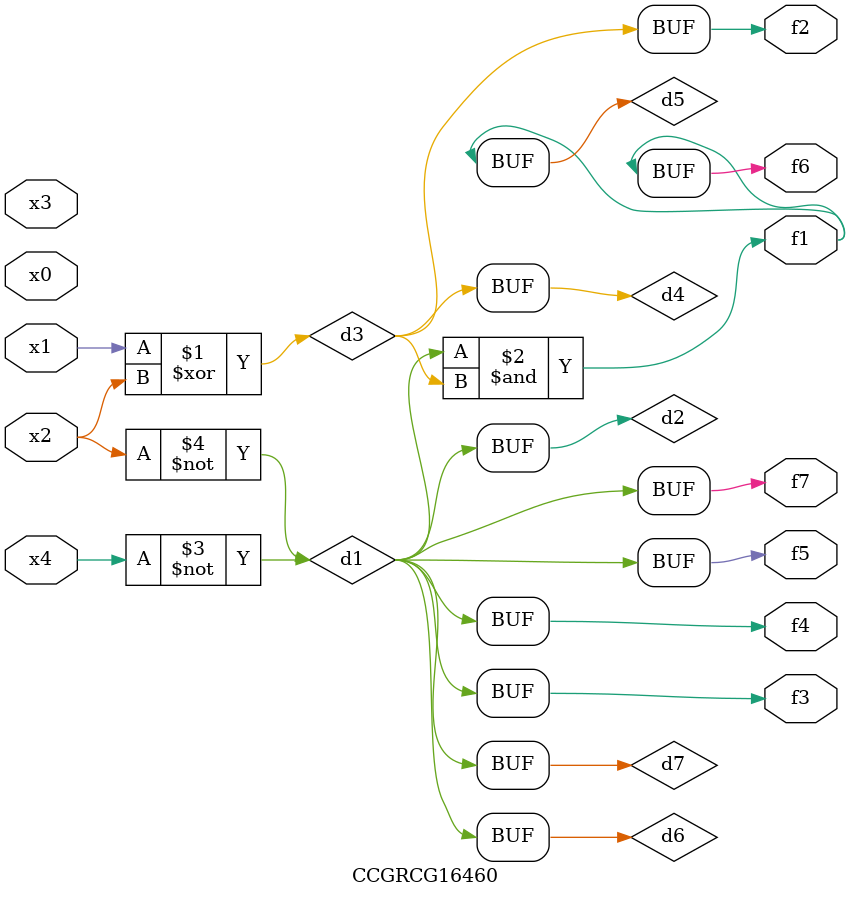
<source format=v>
module CCGRCG16460(
	input x0, x1, x2, x3, x4,
	output f1, f2, f3, f4, f5, f6, f7
);

	wire d1, d2, d3, d4, d5, d6, d7;

	not (d1, x4);
	not (d2, x2);
	xor (d3, x1, x2);
	buf (d4, d3);
	and (d5, d1, d3);
	buf (d6, d1, d2);
	buf (d7, d2);
	assign f1 = d5;
	assign f2 = d4;
	assign f3 = d7;
	assign f4 = d7;
	assign f5 = d7;
	assign f6 = d5;
	assign f7 = d7;
endmodule

</source>
